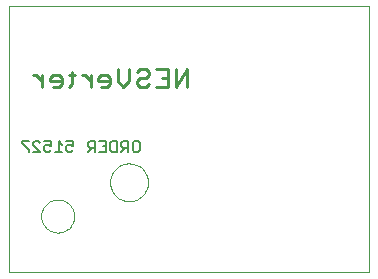
<source format=gbo>
G75*
G70*
%OFA0B0*%
%FSLAX24Y24*%
%IPPOS*%
%LPD*%
%AMOC8*
5,1,8,0,0,1.08239X$1,22.5*
%
%ADD10C,0.0000*%
%ADD11C,0.0110*%
%ADD12C,0.0050*%
D10*
X000282Y000282D02*
X000282Y009152D01*
X012274Y009152D01*
X012274Y000282D01*
X000282Y000282D01*
X001356Y002157D02*
X001358Y002204D01*
X001364Y002250D01*
X001374Y002296D01*
X001387Y002341D01*
X001405Y002384D01*
X001426Y002426D01*
X001450Y002466D01*
X001478Y002503D01*
X001509Y002538D01*
X001543Y002571D01*
X001579Y002600D01*
X001618Y002626D01*
X001659Y002649D01*
X001702Y002668D01*
X001746Y002684D01*
X001791Y002696D01*
X001837Y002704D01*
X001884Y002708D01*
X001930Y002708D01*
X001977Y002704D01*
X002023Y002696D01*
X002068Y002684D01*
X002112Y002668D01*
X002155Y002649D01*
X002196Y002626D01*
X002235Y002600D01*
X002271Y002571D01*
X002305Y002538D01*
X002336Y002503D01*
X002364Y002466D01*
X002388Y002426D01*
X002409Y002384D01*
X002427Y002341D01*
X002440Y002296D01*
X002450Y002250D01*
X002456Y002204D01*
X002458Y002157D01*
X002456Y002110D01*
X002450Y002064D01*
X002440Y002018D01*
X002427Y001973D01*
X002409Y001930D01*
X002388Y001888D01*
X002364Y001848D01*
X002336Y001811D01*
X002305Y001776D01*
X002271Y001743D01*
X002235Y001714D01*
X002196Y001688D01*
X002155Y001665D01*
X002112Y001646D01*
X002068Y001630D01*
X002023Y001618D01*
X001977Y001610D01*
X001930Y001606D01*
X001884Y001606D01*
X001837Y001610D01*
X001791Y001618D01*
X001746Y001630D01*
X001702Y001646D01*
X001659Y001665D01*
X001618Y001688D01*
X001579Y001714D01*
X001543Y001743D01*
X001509Y001776D01*
X001478Y001811D01*
X001450Y001848D01*
X001426Y001888D01*
X001405Y001930D01*
X001387Y001973D01*
X001374Y002018D01*
X001364Y002064D01*
X001358Y002110D01*
X001356Y002157D01*
X003652Y003282D02*
X003654Y003332D01*
X003660Y003382D01*
X003670Y003431D01*
X003684Y003479D01*
X003701Y003526D01*
X003722Y003571D01*
X003747Y003615D01*
X003775Y003656D01*
X003807Y003695D01*
X003841Y003732D01*
X003878Y003766D01*
X003918Y003796D01*
X003960Y003823D01*
X004004Y003847D01*
X004050Y003868D01*
X004097Y003884D01*
X004145Y003897D01*
X004195Y003906D01*
X004244Y003911D01*
X004295Y003912D01*
X004345Y003909D01*
X004394Y003902D01*
X004443Y003891D01*
X004491Y003876D01*
X004537Y003858D01*
X004582Y003836D01*
X004625Y003810D01*
X004666Y003781D01*
X004705Y003749D01*
X004741Y003714D01*
X004773Y003676D01*
X004803Y003636D01*
X004830Y003593D01*
X004853Y003549D01*
X004872Y003503D01*
X004888Y003455D01*
X004900Y003406D01*
X004908Y003357D01*
X004912Y003307D01*
X004912Y003257D01*
X004908Y003207D01*
X004900Y003158D01*
X004888Y003109D01*
X004872Y003061D01*
X004853Y003015D01*
X004830Y002971D01*
X004803Y002928D01*
X004773Y002888D01*
X004741Y002850D01*
X004705Y002815D01*
X004666Y002783D01*
X004625Y002754D01*
X004582Y002728D01*
X004537Y002706D01*
X004491Y002688D01*
X004443Y002673D01*
X004394Y002662D01*
X004345Y002655D01*
X004295Y002652D01*
X004244Y002653D01*
X004195Y002658D01*
X004145Y002667D01*
X004097Y002680D01*
X004050Y002696D01*
X004004Y002717D01*
X003960Y002741D01*
X003918Y002768D01*
X003878Y002798D01*
X003841Y002832D01*
X003807Y002869D01*
X003775Y002908D01*
X003747Y002949D01*
X003722Y002993D01*
X003701Y003038D01*
X003684Y003085D01*
X003670Y003133D01*
X003660Y003182D01*
X003654Y003232D01*
X003652Y003282D01*
D11*
X003551Y006462D02*
X003354Y006462D01*
X003551Y006462D02*
X003649Y006561D01*
X003649Y006757D01*
X003551Y006856D01*
X003354Y006856D01*
X003255Y006757D01*
X003255Y006659D01*
X003649Y006659D01*
X003900Y006659D02*
X003900Y007053D01*
X004294Y007053D02*
X004294Y006659D01*
X004097Y006462D01*
X003900Y006659D01*
X004544Y006659D02*
X004544Y006561D01*
X004643Y006462D01*
X004840Y006462D01*
X004938Y006561D01*
X004840Y006757D02*
X004643Y006757D01*
X004544Y006659D01*
X004840Y006757D02*
X004938Y006856D01*
X004938Y006954D01*
X004840Y007053D01*
X004643Y007053D01*
X004544Y006954D01*
X005189Y007053D02*
X005583Y007053D01*
X005583Y006462D01*
X005189Y006462D01*
X005386Y006757D02*
X005583Y006757D01*
X005834Y006462D02*
X005834Y007053D01*
X006227Y007053D02*
X005834Y006462D01*
X006227Y006462D02*
X006227Y007053D01*
X003005Y006856D02*
X003005Y006462D01*
X003005Y006659D02*
X002808Y006856D01*
X002709Y006856D01*
X002467Y006856D02*
X002271Y006856D01*
X002369Y006954D02*
X002369Y006561D01*
X002271Y006462D01*
X002038Y006561D02*
X002038Y006757D01*
X001939Y006856D01*
X001743Y006856D01*
X001644Y006757D01*
X001644Y006659D01*
X002038Y006659D01*
X002038Y006561D02*
X001939Y006462D01*
X001743Y006462D01*
X001393Y006462D02*
X001393Y006856D01*
X001393Y006659D02*
X001196Y006856D01*
X001098Y006856D01*
D12*
X001142Y004657D02*
X001259Y004657D01*
X001317Y004599D01*
X001452Y004657D02*
X001686Y004657D01*
X001686Y004482D01*
X001569Y004541D01*
X001511Y004541D01*
X001452Y004482D01*
X001452Y004366D01*
X001511Y004307D01*
X001627Y004307D01*
X001686Y004366D01*
X001821Y004307D02*
X002054Y004307D01*
X001937Y004307D02*
X001937Y004657D01*
X002054Y004541D01*
X002189Y004482D02*
X002189Y004366D01*
X002247Y004307D01*
X002364Y004307D01*
X002422Y004366D01*
X002422Y004482D02*
X002306Y004541D01*
X002247Y004541D01*
X002189Y004482D01*
X002189Y004657D02*
X002422Y004657D01*
X002422Y004482D01*
X002925Y004482D02*
X002984Y004424D01*
X003159Y004424D01*
X003042Y004424D02*
X002925Y004307D01*
X002925Y004482D02*
X002925Y004599D01*
X002984Y004657D01*
X003159Y004657D01*
X003159Y004307D01*
X003294Y004307D02*
X003527Y004307D01*
X003527Y004657D01*
X003294Y004657D01*
X003411Y004482D02*
X003527Y004482D01*
X003662Y004366D02*
X003662Y004599D01*
X003720Y004657D01*
X003896Y004657D01*
X003896Y004307D01*
X003720Y004307D01*
X003662Y004366D01*
X004030Y004307D02*
X004147Y004424D01*
X004089Y004424D02*
X004264Y004424D01*
X004264Y004307D02*
X004264Y004657D01*
X004089Y004657D01*
X004030Y004599D01*
X004030Y004482D01*
X004089Y004424D01*
X004399Y004366D02*
X004457Y004307D01*
X004574Y004307D01*
X004632Y004366D01*
X004632Y004599D01*
X004574Y004657D01*
X004457Y004657D01*
X004399Y004599D01*
X004399Y004366D01*
X001317Y004307D02*
X001084Y004541D01*
X001084Y004599D01*
X001142Y004657D01*
X000949Y004657D02*
X000716Y004657D01*
X000716Y004599D01*
X000949Y004366D01*
X000949Y004307D01*
X001084Y004307D02*
X001317Y004307D01*
M02*

</source>
